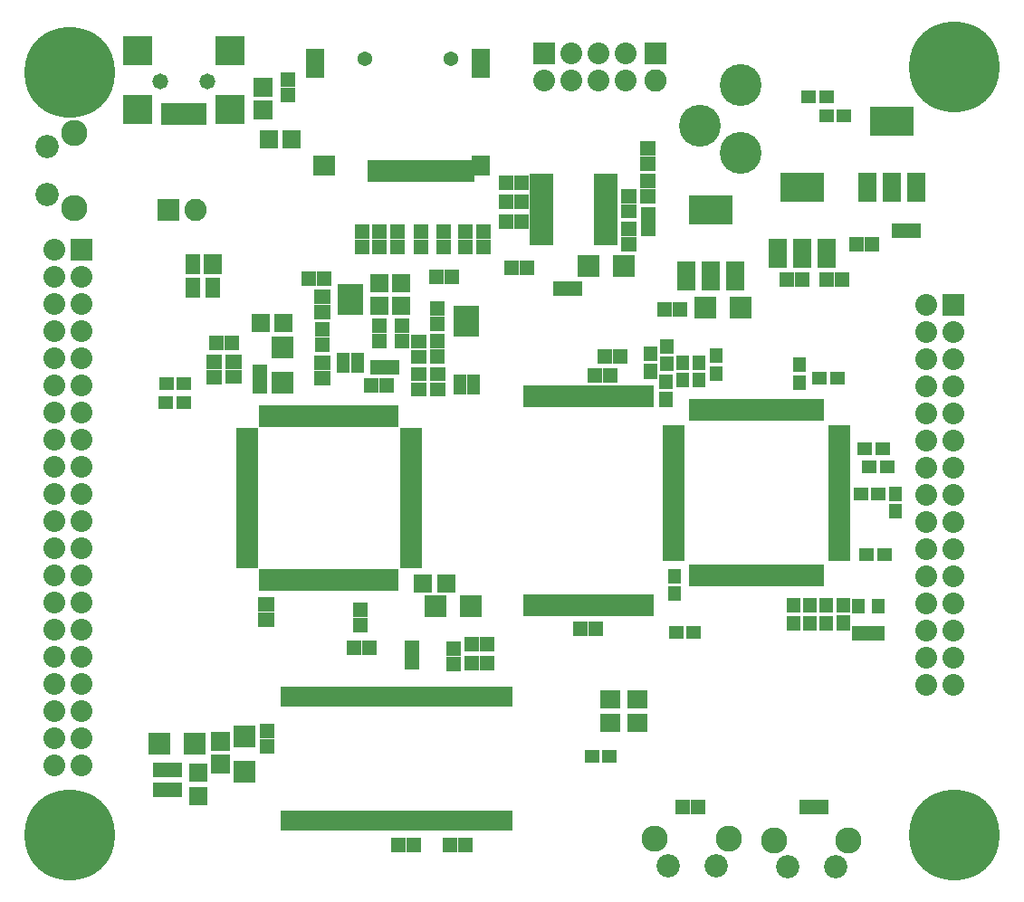
<source format=gts>
G04 (created by PCBNEW-RS274X (2011-03-30 BZR 2932)-stable) date 11/06/2011 13:06:09*
G01*
G70*
G90*
%MOIN*%
G04 Gerber Fmt 3.4, Leading zero omitted, Abs format*
%FSLAX34Y34*%
G04 APERTURE LIST*
%ADD10C,0.006000*%
%ADD11R,0.075100X0.067200*%
%ADD12R,0.080000X0.080000*%
%ADD13C,0.080000*%
%ADD14R,0.082000X0.082000*%
%ADD15C,0.082000*%
%ADD16C,0.334000*%
%ADD17R,0.052000X0.058000*%
%ADD18R,0.054000X0.050000*%
%ADD19C,0.086000*%
%ADD20C,0.096000*%
%ADD21R,0.058000X0.052000*%
%ADD22R,0.050000X0.054000*%
%ADD23R,0.046000X0.082000*%
%ADD24R,0.082000X0.074000*%
%ADD25C,0.054000*%
%ADD26R,0.066000X0.106000*%
%ADD27R,0.066000X0.074000*%
%ADD28R,0.040000X0.082000*%
%ADD29C,0.058000*%
%ADD30R,0.106000X0.110000*%
%ADD31C,0.154000*%
%ADD32R,0.070000X0.070000*%
%ADD33R,0.026000X0.084000*%
%ADD34R,0.084000X0.026000*%
%ADD35R,0.038000X0.074000*%
%ADD36R,0.030000X0.080000*%
%ADD37R,0.090000X0.036000*%
%ADD38R,0.068000X0.108000*%
%ADD39R,0.162000X0.108000*%
%ADD40R,0.080000X0.030000*%
%ADD41R,0.058000X0.076000*%
%ADD42R,0.066000X0.076000*%
%ADD43R,0.046000X0.058000*%
%ADD44R,0.098000X0.118000*%
%ADD45R,0.046000X0.078000*%
G04 APERTURE END LIST*
G54D10*
G54D11*
X82380Y-69153D03*
X82380Y-68287D03*
X83380Y-68287D03*
X83380Y-69153D03*
G54D12*
X79930Y-44480D03*
G54D13*
X79930Y-45480D03*
X80930Y-44480D03*
X80930Y-45480D03*
X81930Y-44480D03*
X81930Y-45480D03*
X82930Y-44480D03*
X82930Y-45480D03*
G54D14*
X84039Y-44480D03*
G54D15*
X84039Y-45480D03*
G54D12*
X62902Y-51701D03*
G54D13*
X61902Y-51701D03*
X62902Y-56701D03*
X61902Y-52701D03*
X62902Y-57701D03*
X61902Y-53701D03*
X62902Y-58701D03*
X61902Y-54701D03*
X62902Y-59701D03*
X61902Y-55701D03*
X62902Y-60701D03*
X61902Y-56701D03*
X62902Y-61701D03*
X61902Y-57701D03*
X62902Y-62701D03*
X61902Y-58701D03*
X62902Y-63701D03*
X61902Y-59701D03*
X62902Y-64701D03*
X61902Y-60701D03*
X62902Y-65701D03*
X61902Y-61701D03*
X62902Y-66701D03*
X61902Y-62701D03*
X61902Y-63701D03*
X62902Y-67701D03*
X61902Y-64701D03*
X61902Y-66701D03*
X61902Y-67701D03*
X61902Y-68701D03*
X61902Y-69701D03*
X62902Y-68701D03*
X62902Y-69701D03*
X62902Y-52701D03*
X62902Y-53701D03*
X62902Y-54701D03*
X62902Y-55701D03*
X62902Y-70701D03*
X61902Y-70701D03*
X61902Y-65701D03*
G54D16*
X62479Y-73281D03*
X62489Y-45189D03*
X95031Y-44969D03*
X95046Y-73286D03*
G54D17*
X85050Y-72250D03*
X85610Y-72250D03*
X89600Y-72250D03*
X90160Y-72250D03*
G54D18*
X90338Y-46780D03*
X90988Y-46780D03*
X66020Y-57350D03*
X66670Y-57350D03*
G54D19*
X84500Y-74400D03*
X86270Y-74400D03*
G54D20*
X84000Y-73420D03*
X86760Y-73420D03*
G54D19*
X88900Y-74450D03*
X90670Y-74450D03*
G54D20*
X88400Y-73470D03*
X91160Y-73470D03*
G54D18*
X89682Y-46067D03*
X90332Y-46067D03*
X66680Y-56650D03*
X66030Y-56650D03*
G54D21*
X69464Y-56760D03*
X69464Y-56200D03*
G54D17*
X74360Y-56050D03*
X73800Y-56050D03*
G54D21*
X71780Y-55220D03*
X71780Y-54660D03*
G54D10*
G36*
X71490Y-53710D02*
X71490Y-53190D01*
X72070Y-53190D01*
X72070Y-53710D01*
X71490Y-53710D01*
X71490Y-53710D01*
G37*
G36*
X71490Y-54270D02*
X71490Y-53750D01*
X72070Y-53750D01*
X72070Y-54270D01*
X71490Y-54270D01*
X71490Y-54270D01*
G37*
G54D21*
X76020Y-54440D03*
X76020Y-53880D03*
G54D10*
G36*
X75740Y-56560D02*
X75740Y-56040D01*
X76320Y-56040D01*
X76320Y-56560D01*
X75740Y-56560D01*
X75740Y-56560D01*
G37*
G36*
X75740Y-57120D02*
X75740Y-56600D01*
X76320Y-56600D01*
X76320Y-57120D01*
X75740Y-57120D01*
X75740Y-57120D01*
G37*
G54D21*
X74700Y-55070D03*
X74700Y-54510D03*
X73870Y-55070D03*
X73870Y-54510D03*
G54D12*
X70320Y-56600D03*
X70320Y-55300D03*
G54D17*
X66360Y-71607D03*
X65800Y-71607D03*
G54D12*
X67080Y-69917D03*
X65780Y-69917D03*
G54D17*
X66360Y-70887D03*
X65800Y-70887D03*
G54D10*
G36*
X69420Y-65040D02*
X69420Y-64520D01*
X70000Y-64520D01*
X70000Y-65040D01*
X69420Y-65040D01*
X69420Y-65040D01*
G37*
G36*
X69420Y-65600D02*
X69420Y-65080D01*
X70000Y-65080D01*
X70000Y-65600D01*
X69420Y-65600D01*
X69420Y-65600D01*
G37*
G54D12*
X68900Y-70937D03*
X68900Y-69637D03*
X77250Y-64860D03*
X75950Y-64860D03*
G54D17*
X67890Y-55150D03*
X68450Y-55150D03*
G54D21*
X73170Y-65540D03*
X73170Y-64980D03*
G54D10*
G36*
X75030Y-55360D02*
X75030Y-54840D01*
X75610Y-54840D01*
X75610Y-55360D01*
X75030Y-55360D01*
X75030Y-55360D01*
G37*
G36*
X75030Y-55920D02*
X75030Y-55400D01*
X75610Y-55400D01*
X75610Y-55920D01*
X75030Y-55920D01*
X75030Y-55920D01*
G37*
G54D17*
X77030Y-73650D03*
X76470Y-73650D03*
X75130Y-73660D03*
X74570Y-73660D03*
G54D21*
X69750Y-70020D03*
X69750Y-69460D03*
X75070Y-66930D03*
X75070Y-66370D03*
X76610Y-66980D03*
X76610Y-66420D03*
G54D17*
X77850Y-66250D03*
X77290Y-66250D03*
X77850Y-66950D03*
X77290Y-66950D03*
G54D12*
X81570Y-52300D03*
X82870Y-52300D03*
G54D17*
X81840Y-65690D03*
X81280Y-65690D03*
X82170Y-55640D03*
X82730Y-55640D03*
X75980Y-52710D03*
X76540Y-52710D03*
G54D18*
X91816Y-62933D03*
X92466Y-62933D03*
G54D22*
X89350Y-56610D03*
X89350Y-55960D03*
G54D18*
X82350Y-70380D03*
X81700Y-70380D03*
G54D17*
X81090Y-53150D03*
X80530Y-53150D03*
G54D21*
X83770Y-50960D03*
X83770Y-50400D03*
G54D10*
G36*
X82780Y-51210D02*
X82780Y-50690D01*
X83360Y-50690D01*
X83360Y-51210D01*
X82780Y-51210D01*
X82780Y-51210D01*
G37*
G36*
X82780Y-51770D02*
X82780Y-51250D01*
X83360Y-51250D01*
X83360Y-51770D01*
X82780Y-51770D01*
X82780Y-51770D01*
G37*
G36*
X83480Y-49450D02*
X83480Y-48930D01*
X84060Y-48930D01*
X84060Y-49450D01*
X83480Y-49450D01*
X83480Y-49450D01*
G37*
G36*
X83480Y-50010D02*
X83480Y-49490D01*
X84060Y-49490D01*
X84060Y-50010D01*
X83480Y-50010D01*
X83480Y-50010D01*
G37*
G36*
X82780Y-50000D02*
X82780Y-49480D01*
X83360Y-49480D01*
X83360Y-50000D01*
X82780Y-50000D01*
X82780Y-50000D01*
G37*
G36*
X82780Y-50560D02*
X82780Y-50040D01*
X83360Y-50040D01*
X83360Y-50560D01*
X82780Y-50560D01*
X82780Y-50560D01*
G37*
G54D17*
X89430Y-52830D03*
X88870Y-52830D03*
X84950Y-53900D03*
X84390Y-53900D03*
G54D18*
X85450Y-65810D03*
X84800Y-65810D03*
G54D22*
X86290Y-56270D03*
X86290Y-55620D03*
G54D18*
X91757Y-59055D03*
X92407Y-59055D03*
G54D10*
G36*
X89480Y-65097D02*
X89480Y-64557D01*
X89980Y-64557D01*
X89980Y-65097D01*
X89480Y-65097D01*
X89480Y-65097D01*
G37*
G36*
X89480Y-65747D02*
X89480Y-65207D01*
X89980Y-65207D01*
X89980Y-65747D01*
X89480Y-65747D01*
X89480Y-65747D01*
G37*
G36*
X90080Y-65097D02*
X90080Y-64557D01*
X90580Y-64557D01*
X90580Y-65097D01*
X90080Y-65097D01*
X90080Y-65097D01*
G37*
G36*
X90080Y-65747D02*
X90080Y-65207D01*
X90580Y-65207D01*
X90580Y-65747D01*
X90080Y-65747D01*
X90080Y-65747D01*
G37*
G54D22*
X85050Y-56530D03*
X85050Y-55880D03*
G54D18*
X90083Y-56437D03*
X90733Y-56437D03*
X91914Y-59724D03*
X92564Y-59724D03*
G54D10*
G36*
X88890Y-65097D02*
X88890Y-64557D01*
X89390Y-64557D01*
X89390Y-65097D01*
X88890Y-65097D01*
X88890Y-65097D01*
G37*
G36*
X88890Y-65747D02*
X88890Y-65207D01*
X89390Y-65207D01*
X89390Y-65747D01*
X88890Y-65747D01*
X88890Y-65747D01*
G37*
G54D22*
X85660Y-56520D03*
X85660Y-55870D03*
G54D17*
X90340Y-52820D03*
X90900Y-52820D03*
X93000Y-51000D03*
X93560Y-51000D03*
G54D21*
X70520Y-46010D03*
X70520Y-45450D03*
G54D12*
X87170Y-53850D03*
X85870Y-53850D03*
G54D17*
X92000Y-51500D03*
X91440Y-51500D03*
G54D10*
G36*
X90700Y-65087D02*
X90700Y-64547D01*
X91200Y-64547D01*
X91200Y-65087D01*
X90700Y-65087D01*
X90700Y-65087D01*
G37*
G36*
X90700Y-65737D02*
X90700Y-65197D01*
X91200Y-65197D01*
X91200Y-65737D01*
X90700Y-65737D01*
X90700Y-65737D01*
G37*
G54D17*
X78552Y-50696D03*
X79112Y-50696D03*
G54D18*
X91599Y-60728D03*
X92249Y-60728D03*
G54D23*
X73670Y-48830D03*
X74100Y-48830D03*
X74530Y-48830D03*
X74970Y-48830D03*
X75400Y-48830D03*
X75830Y-48830D03*
X76270Y-48830D03*
X76700Y-48830D03*
X77130Y-48830D03*
G54D24*
X71860Y-48630D03*
G54D25*
X76500Y-44690D03*
X73350Y-44690D03*
G54D26*
X71500Y-44850D03*
X77600Y-44850D03*
G54D27*
X77610Y-48630D03*
G54D28*
X67310Y-46700D03*
X67000Y-46700D03*
X66680Y-46700D03*
X66370Y-46700D03*
X66050Y-46700D03*
G54D29*
X67550Y-45530D03*
X65820Y-45530D03*
G54D30*
X68380Y-46560D03*
X64990Y-44390D03*
X68380Y-44390D03*
X64990Y-46560D03*
G54D14*
X66100Y-50250D03*
G54D15*
X67100Y-50250D03*
G54D31*
X87170Y-45650D03*
X87170Y-48150D03*
X85670Y-47150D03*
G54D32*
X74690Y-53780D03*
X74690Y-52940D03*
X73880Y-53780D03*
X73880Y-52940D03*
X70360Y-54400D03*
X69520Y-54400D03*
X67220Y-71837D03*
X67220Y-70997D03*
G54D10*
G36*
X67670Y-70177D02*
X67670Y-69477D01*
X68370Y-69477D01*
X68370Y-70177D01*
X67670Y-70177D01*
X67670Y-70177D01*
G37*
G36*
X67670Y-71017D02*
X67670Y-70317D01*
X68370Y-70317D01*
X68370Y-71017D01*
X67670Y-71017D01*
X67670Y-71017D01*
G37*
G54D32*
X75490Y-64010D03*
X76330Y-64010D03*
X69800Y-47650D03*
X70640Y-47650D03*
G54D10*
G36*
X69260Y-46090D02*
X69260Y-45390D01*
X69960Y-45390D01*
X69960Y-46090D01*
X69260Y-46090D01*
X69260Y-46090D01*
G37*
G36*
X69260Y-46930D02*
X69260Y-46230D01*
X69960Y-46230D01*
X69960Y-46930D01*
X69260Y-46930D01*
X69260Y-46930D01*
G37*
G54D19*
X61654Y-47913D03*
X61654Y-49683D03*
G54D20*
X62634Y-47413D03*
X62634Y-50173D03*
G54D10*
G36*
X71490Y-56150D02*
X71490Y-55630D01*
X72070Y-55630D01*
X72070Y-56150D01*
X71490Y-56150D01*
X71490Y-56150D01*
G37*
G36*
X71490Y-56710D02*
X71490Y-56190D01*
X72070Y-56190D01*
X72070Y-56710D01*
X71490Y-56710D01*
X71490Y-56710D01*
G37*
G54D17*
X73570Y-56720D03*
X74130Y-56720D03*
X71850Y-52770D03*
X71290Y-52770D03*
G54D10*
G36*
X75030Y-56560D02*
X75030Y-56040D01*
X75610Y-56040D01*
X75610Y-56560D01*
X75030Y-56560D01*
X75030Y-56560D01*
G37*
G36*
X75030Y-57120D02*
X75030Y-56600D01*
X75610Y-56600D01*
X75610Y-57120D01*
X75030Y-57120D01*
X75030Y-57120D01*
G37*
G54D21*
X76020Y-55650D03*
X76020Y-55090D03*
G54D10*
G36*
X68220Y-56100D02*
X68220Y-55580D01*
X68800Y-55580D01*
X68800Y-56100D01*
X68220Y-56100D01*
X68220Y-56100D01*
G37*
G36*
X68220Y-56660D02*
X68220Y-56140D01*
X68800Y-56140D01*
X68800Y-56660D01*
X68220Y-56660D01*
X68220Y-56660D01*
G37*
G36*
X67500Y-56110D02*
X67500Y-55590D01*
X68080Y-55590D01*
X68080Y-56110D01*
X67500Y-56110D01*
X67500Y-56110D01*
G37*
G36*
X67500Y-56670D02*
X67500Y-56150D01*
X68080Y-56150D01*
X68080Y-56670D01*
X67500Y-56670D01*
X67500Y-56670D01*
G37*
G54D17*
X81810Y-56350D03*
X82370Y-56350D03*
X72940Y-66380D03*
X73500Y-66380D03*
G54D21*
X76260Y-51620D03*
X76260Y-51060D03*
X74540Y-51610D03*
X74540Y-51050D03*
X75400Y-51620D03*
X75400Y-51060D03*
X77710Y-51620D03*
X77710Y-51060D03*
X77060Y-51620D03*
X77060Y-51060D03*
G54D22*
X84760Y-64390D03*
X84760Y-63740D03*
G54D10*
G36*
X83600Y-55820D02*
X83600Y-55280D01*
X84100Y-55280D01*
X84100Y-55820D01*
X83600Y-55820D01*
X83600Y-55820D01*
G37*
G36*
X83600Y-56470D02*
X83600Y-55930D01*
X84100Y-55930D01*
X84100Y-56470D01*
X83600Y-56470D01*
X83600Y-56470D01*
G37*
G36*
X84180Y-56850D02*
X84180Y-56310D01*
X84680Y-56310D01*
X84680Y-56850D01*
X84180Y-56850D01*
X84180Y-56850D01*
G37*
G36*
X84180Y-57500D02*
X84180Y-56960D01*
X84680Y-56960D01*
X84680Y-57500D01*
X84180Y-57500D01*
X84180Y-57500D01*
G37*
G36*
X84200Y-55540D02*
X84200Y-55000D01*
X84700Y-55000D01*
X84700Y-55540D01*
X84200Y-55540D01*
X84200Y-55540D01*
G37*
G36*
X84200Y-56190D02*
X84200Y-55650D01*
X84700Y-55650D01*
X84700Y-56190D01*
X84200Y-56190D01*
X84200Y-56190D01*
G37*
G54D21*
X73890Y-51610D03*
X73890Y-51050D03*
X73240Y-51620D03*
X73240Y-51060D03*
G54D22*
X92894Y-61354D03*
X92894Y-60704D03*
G54D10*
G36*
X83480Y-48240D02*
X83480Y-47720D01*
X84060Y-47720D01*
X84060Y-48240D01*
X83480Y-48240D01*
X83480Y-48240D01*
G37*
G36*
X83480Y-48800D02*
X83480Y-48280D01*
X84060Y-48280D01*
X84060Y-48800D01*
X83480Y-48800D01*
X83480Y-48800D01*
G37*
G54D17*
X79310Y-52370D03*
X78750Y-52370D03*
X78550Y-49250D03*
X79110Y-49250D03*
X79110Y-49960D03*
X78550Y-49960D03*
G54D33*
X69580Y-63890D03*
X69730Y-63890D03*
X69890Y-63890D03*
X70050Y-63890D03*
X70210Y-63890D03*
X70360Y-63890D03*
X70520Y-63890D03*
X70680Y-63890D03*
X70840Y-63890D03*
X70990Y-63890D03*
X71150Y-63890D03*
X71310Y-63890D03*
X71470Y-63890D03*
X71620Y-63890D03*
X71780Y-63890D03*
X71940Y-63890D03*
X72090Y-63890D03*
X72250Y-63890D03*
X72410Y-63890D03*
X72570Y-63890D03*
X72720Y-63890D03*
X72880Y-63890D03*
X73040Y-63890D03*
X73200Y-63890D03*
X73350Y-63890D03*
X73510Y-63890D03*
X73670Y-63890D03*
X73830Y-63890D03*
X73980Y-63890D03*
X74140Y-63890D03*
X74300Y-63890D03*
X74460Y-63890D03*
G54D34*
X75040Y-63310D03*
X75040Y-63160D03*
X75040Y-63000D03*
X75040Y-62840D03*
X75040Y-62680D03*
X75040Y-62530D03*
X75040Y-62370D03*
X75040Y-62210D03*
X75040Y-62050D03*
X75040Y-61900D03*
X75040Y-61740D03*
X75040Y-61580D03*
X75040Y-61420D03*
X75040Y-61270D03*
X75040Y-61110D03*
X75040Y-60950D03*
X75040Y-60800D03*
X75040Y-60640D03*
X75040Y-60480D03*
X75040Y-60320D03*
X75040Y-60170D03*
X75040Y-60010D03*
X75040Y-59850D03*
X75040Y-59690D03*
X75040Y-59540D03*
X75040Y-59380D03*
X75040Y-59220D03*
X75040Y-59060D03*
X75040Y-58910D03*
X75040Y-58750D03*
X75040Y-58590D03*
X75040Y-58430D03*
G54D33*
X74460Y-57840D03*
X74300Y-57840D03*
X74140Y-57840D03*
X73980Y-57840D03*
X73830Y-57840D03*
X73670Y-57840D03*
X73510Y-57840D03*
X73350Y-57840D03*
X73200Y-57840D03*
X73040Y-57840D03*
X72880Y-57840D03*
X72720Y-57840D03*
X72570Y-57840D03*
X72410Y-57840D03*
X72250Y-57840D03*
X72090Y-57840D03*
X71940Y-57840D03*
X71780Y-57840D03*
X71620Y-57840D03*
X71470Y-57840D03*
X71310Y-57840D03*
X71150Y-57840D03*
X70990Y-57850D03*
X70840Y-57840D03*
X70680Y-57840D03*
X70520Y-57840D03*
X70360Y-57840D03*
X70210Y-57840D03*
X70050Y-57840D03*
X69890Y-57840D03*
X69730Y-57840D03*
X69580Y-57840D03*
G54D34*
X69000Y-58430D03*
X69000Y-58590D03*
X69000Y-58750D03*
X69000Y-58910D03*
X69000Y-59060D03*
X69000Y-59220D03*
X69000Y-59380D03*
X69000Y-59540D03*
X69000Y-59690D03*
X69000Y-59850D03*
X69000Y-60010D03*
X69000Y-60170D03*
X69000Y-60320D03*
X69000Y-60480D03*
X69000Y-60640D03*
X69000Y-60800D03*
X69000Y-60950D03*
X69000Y-61110D03*
X69000Y-61270D03*
X69000Y-61420D03*
X69000Y-61580D03*
X69000Y-61740D03*
X69000Y-61900D03*
X69000Y-62050D03*
X69000Y-62210D03*
X69000Y-62370D03*
X69000Y-62530D03*
X69000Y-62680D03*
X69000Y-62840D03*
X69000Y-63000D03*
X69000Y-63160D03*
X69000Y-63310D03*
G54D35*
X78600Y-68180D03*
X78290Y-68180D03*
X77970Y-68180D03*
X77660Y-68180D03*
X77340Y-68180D03*
X77030Y-68180D03*
X76710Y-68180D03*
X76400Y-68180D03*
X76080Y-68180D03*
X75770Y-68180D03*
X75450Y-68180D03*
X75140Y-68180D03*
X74820Y-68180D03*
X74510Y-68180D03*
X74190Y-68180D03*
X73880Y-68180D03*
X73560Y-68180D03*
X73250Y-68180D03*
X72930Y-68180D03*
X72620Y-68180D03*
X72300Y-68180D03*
X71990Y-68180D03*
X71990Y-72740D03*
X72300Y-72740D03*
X72620Y-72740D03*
X72930Y-72740D03*
X73250Y-72740D03*
X73560Y-72740D03*
X73880Y-72740D03*
X74190Y-72740D03*
X74510Y-72740D03*
X74820Y-72740D03*
X75140Y-72740D03*
X75450Y-72740D03*
X75770Y-72740D03*
X76080Y-72740D03*
X76400Y-72740D03*
X76710Y-72740D03*
X77030Y-72740D03*
X77340Y-72740D03*
X77660Y-72740D03*
X77970Y-72740D03*
X78290Y-72740D03*
X78600Y-72740D03*
X71680Y-68170D03*
X71360Y-68170D03*
X71050Y-68170D03*
X70730Y-68170D03*
X70420Y-68170D03*
X70420Y-72740D03*
X70730Y-72740D03*
X71050Y-72740D03*
X71360Y-72740D03*
X71680Y-72740D03*
G54D36*
X83830Y-57100D03*
X83630Y-57100D03*
X83430Y-57100D03*
X83240Y-57100D03*
X83040Y-57100D03*
X82840Y-57100D03*
X82650Y-57100D03*
X82450Y-57100D03*
X82250Y-57100D03*
X82060Y-57100D03*
X81860Y-57100D03*
X81660Y-57100D03*
X81460Y-57100D03*
X81270Y-57100D03*
X81070Y-57100D03*
X80870Y-57100D03*
X80680Y-57100D03*
X80480Y-57100D03*
X80280Y-57100D03*
X80090Y-57100D03*
X79890Y-57100D03*
X79690Y-57100D03*
X79500Y-57100D03*
X79300Y-57100D03*
X79300Y-64800D03*
X79500Y-64800D03*
X79690Y-64800D03*
X79890Y-64800D03*
X80090Y-64800D03*
X80280Y-64800D03*
X80480Y-64800D03*
X80680Y-64800D03*
X80870Y-64800D03*
X81070Y-64800D03*
X81270Y-64800D03*
X81460Y-64800D03*
X81660Y-64800D03*
X81860Y-64800D03*
X82060Y-64800D03*
X82250Y-64800D03*
X82450Y-64800D03*
X82650Y-64800D03*
X82840Y-64800D03*
X83040Y-64800D03*
X83240Y-64800D03*
X83430Y-64800D03*
X83630Y-64800D03*
X83830Y-64800D03*
G54D37*
X82200Y-51390D03*
X82200Y-51130D03*
X82200Y-50870D03*
X82200Y-50620D03*
X82200Y-50360D03*
X82200Y-50110D03*
X82200Y-49850D03*
X82200Y-49600D03*
X82200Y-49340D03*
X82200Y-49080D03*
X79860Y-49080D03*
X79860Y-49340D03*
X79860Y-49600D03*
X79860Y-49850D03*
X79860Y-50110D03*
X79860Y-50360D03*
X79860Y-50620D03*
X79860Y-50870D03*
X79860Y-51130D03*
X79860Y-51390D03*
G54D38*
X88530Y-51840D03*
X89430Y-51840D03*
X90330Y-51840D03*
G54D39*
X89430Y-49400D03*
G54D38*
X85170Y-52690D03*
X86070Y-52690D03*
X86970Y-52690D03*
G54D39*
X86070Y-50250D03*
G54D36*
X85400Y-63730D03*
X85590Y-63730D03*
X85790Y-63730D03*
X85990Y-63730D03*
X86190Y-63730D03*
X86380Y-63730D03*
X86580Y-63730D03*
X86780Y-63730D03*
X86970Y-63730D03*
X87170Y-63730D03*
X87370Y-63730D03*
X87560Y-63730D03*
X87760Y-63730D03*
X87960Y-63730D03*
X88150Y-63730D03*
X88350Y-63730D03*
X88550Y-63730D03*
X88740Y-63730D03*
X88940Y-63730D03*
X89140Y-63730D03*
X89330Y-63730D03*
X89530Y-63730D03*
X89730Y-63730D03*
X89930Y-63730D03*
X90120Y-63730D03*
G54D40*
X90810Y-63040D03*
X90810Y-62850D03*
X90810Y-62650D03*
X90810Y-62450D03*
X90810Y-62250D03*
X90810Y-62060D03*
X90810Y-61860D03*
X90810Y-61660D03*
X90810Y-61470D03*
X90810Y-61270D03*
X90810Y-61070D03*
X90810Y-60880D03*
X90810Y-60680D03*
X90810Y-60480D03*
X90810Y-60290D03*
X90810Y-60090D03*
X90810Y-59890D03*
X90810Y-59700D03*
X90810Y-59500D03*
X90810Y-59300D03*
X90810Y-59110D03*
X90810Y-58910D03*
X90810Y-58710D03*
X90810Y-58510D03*
X90810Y-58320D03*
G54D36*
X90120Y-57630D03*
X89930Y-57630D03*
X89730Y-57630D03*
X89530Y-57630D03*
X89330Y-57630D03*
X89140Y-57630D03*
X88940Y-57630D03*
X88740Y-57630D03*
X88550Y-57630D03*
X88350Y-57630D03*
X88150Y-57630D03*
X87960Y-57630D03*
X87760Y-57630D03*
X87560Y-57630D03*
X87370Y-57630D03*
X87170Y-57630D03*
X86970Y-57630D03*
X86780Y-57630D03*
X86580Y-57630D03*
X86380Y-57630D03*
X86190Y-57630D03*
X85990Y-57630D03*
X85790Y-57630D03*
X85590Y-57630D03*
X85400Y-57630D03*
G54D40*
X84710Y-58320D03*
X84710Y-58510D03*
X84710Y-58710D03*
X84710Y-58910D03*
X84710Y-59110D03*
X84710Y-59300D03*
X84710Y-59500D03*
X84710Y-59700D03*
X84710Y-59890D03*
X84710Y-60090D03*
X84710Y-60290D03*
X84710Y-60480D03*
X84710Y-60680D03*
X84710Y-60880D03*
X84710Y-61070D03*
X84710Y-61270D03*
X84710Y-61470D03*
X84710Y-61660D03*
X84710Y-61860D03*
X84710Y-62060D03*
X84710Y-62250D03*
X84710Y-62450D03*
X84710Y-62650D03*
X84710Y-62850D03*
X84710Y-63040D03*
G54D38*
X91840Y-49415D03*
X92740Y-49415D03*
X93640Y-49415D03*
G54D39*
X92740Y-46975D03*
G54D41*
X67000Y-52240D03*
X67000Y-53100D03*
X67740Y-53100D03*
G54D42*
X67740Y-52240D03*
G54D43*
X91500Y-65847D03*
X91870Y-65847D03*
X92250Y-65847D03*
X91500Y-64837D03*
X92250Y-64837D03*
G54D44*
X72805Y-53555D03*
G54D45*
X72555Y-55875D03*
X73065Y-55875D03*
G54D44*
X77080Y-54355D03*
G54D45*
X76830Y-56675D03*
X77340Y-56675D03*
G54D12*
X95000Y-53750D03*
G54D13*
X94000Y-53750D03*
X95000Y-58750D03*
X94000Y-54750D03*
X95000Y-59750D03*
X94000Y-55750D03*
X95000Y-60750D03*
X94000Y-56750D03*
X95000Y-61750D03*
X94000Y-57750D03*
X95000Y-62750D03*
X94000Y-58750D03*
X95000Y-63750D03*
X94000Y-59750D03*
X95000Y-64750D03*
X94000Y-60750D03*
X95000Y-65750D03*
X94000Y-61750D03*
X95000Y-66750D03*
X94000Y-62750D03*
X95000Y-67750D03*
X94000Y-63750D03*
X94000Y-64750D03*
X94000Y-65750D03*
X94000Y-66750D03*
X95000Y-54750D03*
X95000Y-55750D03*
X95000Y-56750D03*
X95000Y-57750D03*
X94000Y-67750D03*
M02*

</source>
